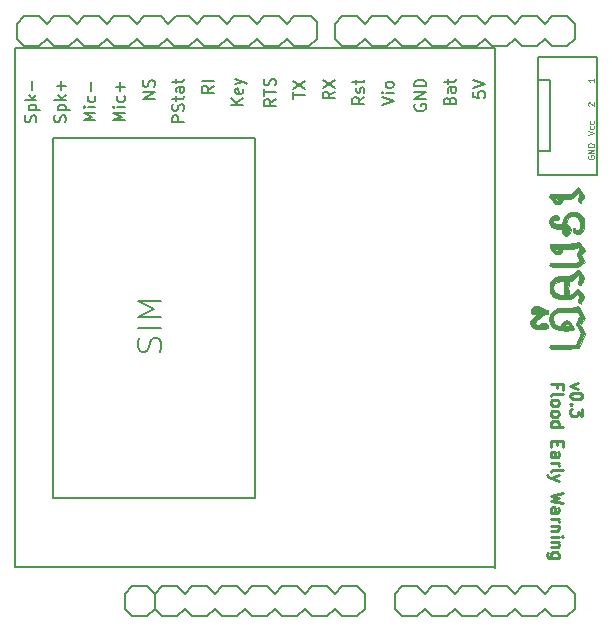
<source format=gto>
G04 #@! TF.FileFunction,Legend,Top*
%FSLAX46Y46*%
G04 Gerber Fmt 4.6, Leading zero omitted, Abs format (unit mm)*
G04 Created by KiCad (PCBNEW 4.0.2-stable) date Saturday, September 10, 2016 'AMt' 11:06:01 AM*
%MOMM*%
G01*
G04 APERTURE LIST*
%ADD10C,0.100000*%
%ADD11C,0.250000*%
%ADD12C,0.010000*%
%ADD13C,0.150000*%
%ADD14C,0.125000*%
G04 APERTURE END LIST*
D10*
D11*
X169060286Y-109997857D02*
X168393619Y-110235952D01*
X169060286Y-110474048D01*
X169393619Y-111045476D02*
X169393619Y-111140715D01*
X169346000Y-111235953D01*
X169298381Y-111283572D01*
X169203143Y-111331191D01*
X169012667Y-111378810D01*
X168774571Y-111378810D01*
X168584095Y-111331191D01*
X168488857Y-111283572D01*
X168441238Y-111235953D01*
X168393619Y-111140715D01*
X168393619Y-111045476D01*
X168441238Y-110950238D01*
X168488857Y-110902619D01*
X168584095Y-110855000D01*
X168774571Y-110807381D01*
X169012667Y-110807381D01*
X169203143Y-110855000D01*
X169298381Y-110902619D01*
X169346000Y-110950238D01*
X169393619Y-111045476D01*
X168488857Y-111807381D02*
X168441238Y-111855000D01*
X168393619Y-111807381D01*
X168441238Y-111759762D01*
X168488857Y-111807381D01*
X168393619Y-111807381D01*
X169393619Y-112188333D02*
X169393619Y-112807381D01*
X169012667Y-112474047D01*
X169012667Y-112616905D01*
X168965048Y-112712143D01*
X168917429Y-112759762D01*
X168822190Y-112807381D01*
X168584095Y-112807381D01*
X168488857Y-112759762D01*
X168441238Y-112712143D01*
X168393619Y-112616905D01*
X168393619Y-112331190D01*
X168441238Y-112235952D01*
X168488857Y-112188333D01*
X167267429Y-110426429D02*
X167267429Y-110093095D01*
X166743619Y-110093095D02*
X167743619Y-110093095D01*
X167743619Y-110569286D01*
X166743619Y-111093095D02*
X166791238Y-110997857D01*
X166886476Y-110950238D01*
X167743619Y-110950238D01*
X166743619Y-111616905D02*
X166791238Y-111521667D01*
X166838857Y-111474048D01*
X166934095Y-111426429D01*
X167219810Y-111426429D01*
X167315048Y-111474048D01*
X167362667Y-111521667D01*
X167410286Y-111616905D01*
X167410286Y-111759763D01*
X167362667Y-111855001D01*
X167315048Y-111902620D01*
X167219810Y-111950239D01*
X166934095Y-111950239D01*
X166838857Y-111902620D01*
X166791238Y-111855001D01*
X166743619Y-111759763D01*
X166743619Y-111616905D01*
X166743619Y-112521667D02*
X166791238Y-112426429D01*
X166838857Y-112378810D01*
X166934095Y-112331191D01*
X167219810Y-112331191D01*
X167315048Y-112378810D01*
X167362667Y-112426429D01*
X167410286Y-112521667D01*
X167410286Y-112664525D01*
X167362667Y-112759763D01*
X167315048Y-112807382D01*
X167219810Y-112855001D01*
X166934095Y-112855001D01*
X166838857Y-112807382D01*
X166791238Y-112759763D01*
X166743619Y-112664525D01*
X166743619Y-112521667D01*
X166743619Y-113712144D02*
X167743619Y-113712144D01*
X166791238Y-113712144D02*
X166743619Y-113616906D01*
X166743619Y-113426429D01*
X166791238Y-113331191D01*
X166838857Y-113283572D01*
X166934095Y-113235953D01*
X167219810Y-113235953D01*
X167315048Y-113283572D01*
X167362667Y-113331191D01*
X167410286Y-113426429D01*
X167410286Y-113616906D01*
X167362667Y-113712144D01*
X167267429Y-114950239D02*
X167267429Y-115283573D01*
X166743619Y-115426430D02*
X166743619Y-114950239D01*
X167743619Y-114950239D01*
X167743619Y-115426430D01*
X166743619Y-116283573D02*
X167267429Y-116283573D01*
X167362667Y-116235954D01*
X167410286Y-116140716D01*
X167410286Y-115950239D01*
X167362667Y-115855001D01*
X166791238Y-116283573D02*
X166743619Y-116188335D01*
X166743619Y-115950239D01*
X166791238Y-115855001D01*
X166886476Y-115807382D01*
X166981714Y-115807382D01*
X167076952Y-115855001D01*
X167124571Y-115950239D01*
X167124571Y-116188335D01*
X167172190Y-116283573D01*
X166743619Y-116759763D02*
X167410286Y-116759763D01*
X167219810Y-116759763D02*
X167315048Y-116807382D01*
X167362667Y-116855001D01*
X167410286Y-116950239D01*
X167410286Y-117045478D01*
X166743619Y-117521668D02*
X166791238Y-117426430D01*
X166886476Y-117378811D01*
X167743619Y-117378811D01*
X167410286Y-117807383D02*
X166743619Y-118045478D01*
X167410286Y-118283574D02*
X166743619Y-118045478D01*
X166505524Y-117950240D01*
X166457905Y-117902621D01*
X166410286Y-117807383D01*
X167743619Y-119331193D02*
X166743619Y-119569288D01*
X167457905Y-119759765D01*
X166743619Y-119950241D01*
X167743619Y-120188336D01*
X166743619Y-120997860D02*
X167267429Y-120997860D01*
X167362667Y-120950241D01*
X167410286Y-120855003D01*
X167410286Y-120664526D01*
X167362667Y-120569288D01*
X166791238Y-120997860D02*
X166743619Y-120902622D01*
X166743619Y-120664526D01*
X166791238Y-120569288D01*
X166886476Y-120521669D01*
X166981714Y-120521669D01*
X167076952Y-120569288D01*
X167124571Y-120664526D01*
X167124571Y-120902622D01*
X167172190Y-120997860D01*
X166743619Y-121474050D02*
X167410286Y-121474050D01*
X167219810Y-121474050D02*
X167315048Y-121521669D01*
X167362667Y-121569288D01*
X167410286Y-121664526D01*
X167410286Y-121759765D01*
X167410286Y-122093098D02*
X166743619Y-122093098D01*
X167315048Y-122093098D02*
X167362667Y-122140717D01*
X167410286Y-122235955D01*
X167410286Y-122378813D01*
X167362667Y-122474051D01*
X167267429Y-122521670D01*
X166743619Y-122521670D01*
X166743619Y-122997860D02*
X167410286Y-122997860D01*
X167743619Y-122997860D02*
X167696000Y-122950241D01*
X167648381Y-122997860D01*
X167696000Y-123045479D01*
X167743619Y-122997860D01*
X167648381Y-122997860D01*
X167410286Y-123474050D02*
X166743619Y-123474050D01*
X167315048Y-123474050D02*
X167362667Y-123521669D01*
X167410286Y-123616907D01*
X167410286Y-123759765D01*
X167362667Y-123855003D01*
X167267429Y-123902622D01*
X166743619Y-123902622D01*
X167410286Y-124807384D02*
X166600762Y-124807384D01*
X166505524Y-124759765D01*
X166457905Y-124712146D01*
X166410286Y-124616907D01*
X166410286Y-124474050D01*
X166457905Y-124378812D01*
X166791238Y-124807384D02*
X166743619Y-124712146D01*
X166743619Y-124521669D01*
X166791238Y-124426431D01*
X166838857Y-124378812D01*
X166934095Y-124331193D01*
X167219810Y-124331193D01*
X167315048Y-124378812D01*
X167362667Y-124426431D01*
X167410286Y-124521669D01*
X167410286Y-124712146D01*
X167362667Y-124807384D01*
D12*
G36*
X166519046Y-105336699D02*
X166435126Y-105382814D01*
X166252988Y-105404419D01*
X165938044Y-105409990D01*
X165917456Y-105410000D01*
X165501133Y-105386699D01*
X165226847Y-105308214D01*
X165072671Y-105161670D01*
X165016682Y-104934194D01*
X165015334Y-104880312D01*
X165065774Y-104688601D01*
X165231668Y-104497454D01*
X165534880Y-104282617D01*
X165577662Y-104256432D01*
X165652865Y-104197139D01*
X165601420Y-104172090D01*
X165402527Y-104171575D01*
X165396334Y-104171766D01*
X165172934Y-104164468D01*
X165067076Y-104108008D01*
X165031294Y-103997040D01*
X165069517Y-103800578D01*
X165179461Y-103637207D01*
X165405352Y-103499008D01*
X165572723Y-103477931D01*
X165572723Y-103723351D01*
X165462909Y-103738918D01*
X165461598Y-103767820D01*
X165574915Y-103788031D01*
X165623875Y-103774504D01*
X165655946Y-103736909D01*
X165572723Y-103723351D01*
X165572723Y-103477931D01*
X165659398Y-103467015D01*
X165879655Y-103541638D01*
X165966316Y-103632000D01*
X166145870Y-103772158D01*
X166311589Y-103801334D01*
X166481799Y-103823830D01*
X166530022Y-103917825D01*
X166524056Y-103991834D01*
X166459517Y-104136221D01*
X166292056Y-104178998D01*
X166264213Y-104178999D01*
X166061860Y-104225016D01*
X165987268Y-104314791D01*
X165888129Y-104442662D01*
X165698248Y-104584048D01*
X165646291Y-104613765D01*
X165455235Y-104749666D01*
X165373136Y-104878813D01*
X165373626Y-104901307D01*
X165452877Y-104991157D01*
X165606003Y-105048762D01*
X165763760Y-105061223D01*
X165856908Y-105015641D01*
X165862000Y-104992291D01*
X165931806Y-104925154D01*
X166095510Y-104904402D01*
X166284544Y-104928688D01*
X166430339Y-104996663D01*
X166437734Y-105003600D01*
X166527204Y-105173477D01*
X166539334Y-105257600D01*
X166519046Y-105336699D01*
X166519046Y-105336699D01*
G37*
X166519046Y-105336699D02*
X166435126Y-105382814D01*
X166252988Y-105404419D01*
X165938044Y-105409990D01*
X165917456Y-105410000D01*
X165501133Y-105386699D01*
X165226847Y-105308214D01*
X165072671Y-105161670D01*
X165016682Y-104934194D01*
X165015334Y-104880312D01*
X165065774Y-104688601D01*
X165231668Y-104497454D01*
X165534880Y-104282617D01*
X165577662Y-104256432D01*
X165652865Y-104197139D01*
X165601420Y-104172090D01*
X165402527Y-104171575D01*
X165396334Y-104171766D01*
X165172934Y-104164468D01*
X165067076Y-104108008D01*
X165031294Y-103997040D01*
X165069517Y-103800578D01*
X165179461Y-103637207D01*
X165405352Y-103499008D01*
X165572723Y-103477931D01*
X165572723Y-103723351D01*
X165462909Y-103738918D01*
X165461598Y-103767820D01*
X165574915Y-103788031D01*
X165623875Y-103774504D01*
X165655946Y-103736909D01*
X165572723Y-103723351D01*
X165572723Y-103477931D01*
X165659398Y-103467015D01*
X165879655Y-103541638D01*
X165966316Y-103632000D01*
X166145870Y-103772158D01*
X166311589Y-103801334D01*
X166481799Y-103823830D01*
X166530022Y-103917825D01*
X166524056Y-103991834D01*
X166459517Y-104136221D01*
X166292056Y-104178998D01*
X166264213Y-104178999D01*
X166061860Y-104225016D01*
X165987268Y-104314791D01*
X165888129Y-104442662D01*
X165698248Y-104584048D01*
X165646291Y-104613765D01*
X165455235Y-104749666D01*
X165373136Y-104878813D01*
X165373626Y-104901307D01*
X165452877Y-104991157D01*
X165606003Y-105048762D01*
X165763760Y-105061223D01*
X165856908Y-105015641D01*
X165862000Y-104992291D01*
X165931806Y-104925154D01*
X166095510Y-104904402D01*
X166284544Y-104928688D01*
X166430339Y-104996663D01*
X166437734Y-105003600D01*
X166527204Y-105173477D01*
X166539334Y-105257600D01*
X166519046Y-105336699D01*
G36*
X169546842Y-94312079D02*
X169460334Y-94403334D01*
X169352743Y-94547481D01*
X169333334Y-94625367D01*
X169282682Y-94728892D01*
X169172289Y-94726967D01*
X169064500Y-94631484D01*
X169035711Y-94568604D01*
X169034031Y-94374005D01*
X169081811Y-94273349D01*
X169141964Y-94100144D01*
X169128431Y-94009428D01*
X169077914Y-93938413D01*
X168991139Y-93964575D01*
X168832741Y-94101367D01*
X168797428Y-94135350D01*
X168582071Y-94311462D01*
X168365860Y-94388644D01*
X168122803Y-94403334D01*
X167862035Y-94419752D01*
X167741186Y-94474474D01*
X167724667Y-94525533D01*
X167651898Y-94680210D01*
X167479952Y-94805483D01*
X167278375Y-94857561D01*
X167210186Y-94849504D01*
X167023902Y-94741686D01*
X166830294Y-94545703D01*
X166680142Y-94322776D01*
X166624000Y-94142837D01*
X166636463Y-94070668D01*
X166693545Y-94023616D01*
X166824789Y-93996373D01*
X167059738Y-93983629D01*
X167081778Y-93983417D01*
X167081778Y-94374946D01*
X167070682Y-94431162D01*
X167173027Y-94532321D01*
X167244850Y-94557708D01*
X167367098Y-94546348D01*
X167371393Y-94475264D01*
X167267221Y-94396232D01*
X167211832Y-94377537D01*
X167081778Y-94374946D01*
X167081778Y-93983417D01*
X167427932Y-93980076D01*
X167530136Y-93980000D01*
X168436272Y-93980000D01*
X168722306Y-93704834D01*
X169008340Y-93429667D01*
X169296577Y-93768334D01*
X169491598Y-94016844D01*
X169571922Y-94186077D01*
X169546842Y-94312079D01*
X169546842Y-94312079D01*
G37*
X169546842Y-94312079D02*
X169460334Y-94403334D01*
X169352743Y-94547481D01*
X169333334Y-94625367D01*
X169282682Y-94728892D01*
X169172289Y-94726967D01*
X169064500Y-94631484D01*
X169035711Y-94568604D01*
X169034031Y-94374005D01*
X169081811Y-94273349D01*
X169141964Y-94100144D01*
X169128431Y-94009428D01*
X169077914Y-93938413D01*
X168991139Y-93964575D01*
X168832741Y-94101367D01*
X168797428Y-94135350D01*
X168582071Y-94311462D01*
X168365860Y-94388644D01*
X168122803Y-94403334D01*
X167862035Y-94419752D01*
X167741186Y-94474474D01*
X167724667Y-94525533D01*
X167651898Y-94680210D01*
X167479952Y-94805483D01*
X167278375Y-94857561D01*
X167210186Y-94849504D01*
X167023902Y-94741686D01*
X166830294Y-94545703D01*
X166680142Y-94322776D01*
X166624000Y-94142837D01*
X166636463Y-94070668D01*
X166693545Y-94023616D01*
X166824789Y-93996373D01*
X167059738Y-93983629D01*
X167081778Y-93983417D01*
X167081778Y-94374946D01*
X167070682Y-94431162D01*
X167173027Y-94532321D01*
X167244850Y-94557708D01*
X167367098Y-94546348D01*
X167371393Y-94475264D01*
X167267221Y-94396232D01*
X167211832Y-94377537D01*
X167081778Y-94374946D01*
X167081778Y-93983417D01*
X167427932Y-93980076D01*
X167530136Y-93980000D01*
X168436272Y-93980000D01*
X168722306Y-93704834D01*
X169008340Y-93429667D01*
X169296577Y-93768334D01*
X169491598Y-94016844D01*
X169571922Y-94186077D01*
X169546842Y-94312079D01*
G36*
X169565276Y-96864396D02*
X169472539Y-97150589D01*
X169280520Y-97331273D01*
X169189758Y-97372969D01*
X168961238Y-97407052D01*
X168771572Y-97324631D01*
X168633235Y-97182200D01*
X168574994Y-97021241D01*
X168605411Y-96896217D01*
X168698334Y-96858667D01*
X168810956Y-96907497D01*
X168825334Y-96949222D01*
X168895473Y-97009319D01*
X169015834Y-97012722D01*
X169141310Y-96965736D01*
X169205415Y-96839709D01*
X169232321Y-96626806D01*
X169227013Y-96358319D01*
X169144230Y-96167619D01*
X169045670Y-96055306D01*
X168775295Y-95878424D01*
X168500780Y-95854521D01*
X168259145Y-95975816D01*
X168087404Y-96234525D01*
X168078588Y-96258635D01*
X168034266Y-96447016D01*
X168063334Y-96506424D01*
X168063334Y-96985667D01*
X167990851Y-97004861D01*
X167978667Y-97065337D01*
X168022872Y-97181179D01*
X168063334Y-97197334D01*
X168145577Y-97136566D01*
X168148000Y-97117664D01*
X168086456Y-97002996D01*
X168063334Y-96985667D01*
X168063334Y-96506424D01*
X168092246Y-96565515D01*
X168196683Y-96643374D01*
X168363053Y-96833971D01*
X168416458Y-97074013D01*
X168358054Y-97304697D01*
X168189000Y-97467217D01*
X168180388Y-97471271D01*
X168008453Y-97525844D01*
X167885210Y-97470751D01*
X167795684Y-97370835D01*
X167692714Y-97193984D01*
X167675973Y-97056380D01*
X167656682Y-96981760D01*
X167507701Y-96947798D01*
X167359849Y-96943334D01*
X166987509Y-96896548D01*
X166749183Y-96751532D01*
X166636234Y-96501297D01*
X166624000Y-96347818D01*
X166653005Y-96093620D01*
X166760307Y-95933057D01*
X166830772Y-95880422D01*
X167077310Y-95778151D01*
X167292079Y-95790529D01*
X167430538Y-95909683D01*
X167455389Y-95990834D01*
X167447857Y-96126646D01*
X167341160Y-96176642D01*
X167231614Y-96181334D01*
X167031930Y-96220089D01*
X166933090Y-96305622D01*
X166915200Y-96413265D01*
X166986417Y-96477585D01*
X167178437Y-96516231D01*
X167340317Y-96532363D01*
X167557974Y-96540635D01*
X167665366Y-96489404D01*
X167720293Y-96339840D01*
X167735870Y-96266630D01*
X167881591Y-95918081D01*
X168132242Y-95668797D01*
X168449690Y-95531859D01*
X168795803Y-95520344D01*
X169132448Y-95647330D01*
X169260353Y-95743777D01*
X169426739Y-95920461D01*
X169517270Y-96114192D01*
X169562573Y-96395522D01*
X169567499Y-96451301D01*
X169565276Y-96864396D01*
X169565276Y-96864396D01*
G37*
X169565276Y-96864396D02*
X169472539Y-97150589D01*
X169280520Y-97331273D01*
X169189758Y-97372969D01*
X168961238Y-97407052D01*
X168771572Y-97324631D01*
X168633235Y-97182200D01*
X168574994Y-97021241D01*
X168605411Y-96896217D01*
X168698334Y-96858667D01*
X168810956Y-96907497D01*
X168825334Y-96949222D01*
X168895473Y-97009319D01*
X169015834Y-97012722D01*
X169141310Y-96965736D01*
X169205415Y-96839709D01*
X169232321Y-96626806D01*
X169227013Y-96358319D01*
X169144230Y-96167619D01*
X169045670Y-96055306D01*
X168775295Y-95878424D01*
X168500780Y-95854521D01*
X168259145Y-95975816D01*
X168087404Y-96234525D01*
X168078588Y-96258635D01*
X168034266Y-96447016D01*
X168063334Y-96506424D01*
X168063334Y-96985667D01*
X167990851Y-97004861D01*
X167978667Y-97065337D01*
X168022872Y-97181179D01*
X168063334Y-97197334D01*
X168145577Y-97136566D01*
X168148000Y-97117664D01*
X168086456Y-97002996D01*
X168063334Y-96985667D01*
X168063334Y-96506424D01*
X168092246Y-96565515D01*
X168196683Y-96643374D01*
X168363053Y-96833971D01*
X168416458Y-97074013D01*
X168358054Y-97304697D01*
X168189000Y-97467217D01*
X168180388Y-97471271D01*
X168008453Y-97525844D01*
X167885210Y-97470751D01*
X167795684Y-97370835D01*
X167692714Y-97193984D01*
X167675973Y-97056380D01*
X167656682Y-96981760D01*
X167507701Y-96947798D01*
X167359849Y-96943334D01*
X166987509Y-96896548D01*
X166749183Y-96751532D01*
X166636234Y-96501297D01*
X166624000Y-96347818D01*
X166653005Y-96093620D01*
X166760307Y-95933057D01*
X166830772Y-95880422D01*
X167077310Y-95778151D01*
X167292079Y-95790529D01*
X167430538Y-95909683D01*
X167455389Y-95990834D01*
X167447857Y-96126646D01*
X167341160Y-96176642D01*
X167231614Y-96181334D01*
X167031930Y-96220089D01*
X166933090Y-96305622D01*
X166915200Y-96413265D01*
X166986417Y-96477585D01*
X167178437Y-96516231D01*
X167340317Y-96532363D01*
X167557974Y-96540635D01*
X167665366Y-96489404D01*
X167720293Y-96339840D01*
X167735870Y-96266630D01*
X167881591Y-95918081D01*
X168132242Y-95668797D01*
X168449690Y-95531859D01*
X168795803Y-95520344D01*
X169132448Y-95647330D01*
X169260353Y-95743777D01*
X169426739Y-95920461D01*
X169517270Y-96114192D01*
X169562573Y-96395522D01*
X169567499Y-96451301D01*
X169565276Y-96864396D01*
G36*
X169254505Y-99176459D02*
X169430941Y-99461938D01*
X169607377Y-99747418D01*
X169413264Y-99954042D01*
X169332935Y-100032795D01*
X169244866Y-100088476D01*
X169120209Y-100125081D01*
X168930119Y-100146606D01*
X168645751Y-100157046D01*
X168238259Y-100160397D01*
X167921575Y-100160667D01*
X167427409Y-100159599D01*
X167077683Y-100154230D01*
X166847507Y-100141312D01*
X166711991Y-100117597D01*
X166646246Y-100079837D01*
X166625382Y-100024783D01*
X166624000Y-99991334D01*
X166632536Y-99925372D01*
X166675174Y-99879200D01*
X166777468Y-99849300D01*
X166964966Y-99832155D01*
X167263219Y-99824249D01*
X167697779Y-99822065D01*
X167854324Y-99822000D01*
X168381936Y-99818014D01*
X168758053Y-99801529D01*
X169000416Y-99765755D01*
X169126769Y-99703900D01*
X169154852Y-99609174D01*
X169102408Y-99474787D01*
X169037589Y-99369115D01*
X168948161Y-99204522D01*
X168960894Y-99075125D01*
X169040465Y-98939595D01*
X169118288Y-98762379D01*
X169133471Y-98601693D01*
X169093420Y-98502957D01*
X169005542Y-98511593D01*
X168974958Y-98537842D01*
X168840875Y-98589856D01*
X168587861Y-98625193D01*
X168300400Y-98636667D01*
X167973107Y-98646521D01*
X167789655Y-98679317D01*
X167725521Y-98739905D01*
X167724667Y-98750545D01*
X167666646Y-98889129D01*
X167557495Y-99015711D01*
X167417066Y-99112402D01*
X167269272Y-99109769D01*
X167130169Y-99059241D01*
X166918625Y-98919981D01*
X166749325Y-98719254D01*
X166649452Y-98504776D01*
X166646187Y-98324266D01*
X166680445Y-98269778D01*
X166782430Y-98247975D01*
X167018772Y-98230087D01*
X167211670Y-98223104D01*
X167211670Y-98636667D01*
X167094600Y-98669260D01*
X167089667Y-98721334D01*
X167212169Y-98799238D01*
X167263997Y-98806000D01*
X167373424Y-98758661D01*
X167386000Y-98721334D01*
X167314875Y-98653208D01*
X167211670Y-98636667D01*
X167211670Y-98223104D01*
X167354505Y-98217933D01*
X167754666Y-98213336D01*
X167764178Y-98213334D01*
X168274348Y-98204725D01*
X168639007Y-98179451D01*
X168848661Y-98138338D01*
X168889479Y-98115322D01*
X169014255Y-98072158D01*
X169169327Y-98173249D01*
X169364330Y-98425948D01*
X169428432Y-98526545D01*
X169610243Y-98820721D01*
X169254505Y-99176459D01*
X169254505Y-99176459D01*
G37*
X169254505Y-99176459D02*
X169430941Y-99461938D01*
X169607377Y-99747418D01*
X169413264Y-99954042D01*
X169332935Y-100032795D01*
X169244866Y-100088476D01*
X169120209Y-100125081D01*
X168930119Y-100146606D01*
X168645751Y-100157046D01*
X168238259Y-100160397D01*
X167921575Y-100160667D01*
X167427409Y-100159599D01*
X167077683Y-100154230D01*
X166847507Y-100141312D01*
X166711991Y-100117597D01*
X166646246Y-100079837D01*
X166625382Y-100024783D01*
X166624000Y-99991334D01*
X166632536Y-99925372D01*
X166675174Y-99879200D01*
X166777468Y-99849300D01*
X166964966Y-99832155D01*
X167263219Y-99824249D01*
X167697779Y-99822065D01*
X167854324Y-99822000D01*
X168381936Y-99818014D01*
X168758053Y-99801529D01*
X169000416Y-99765755D01*
X169126769Y-99703900D01*
X169154852Y-99609174D01*
X169102408Y-99474787D01*
X169037589Y-99369115D01*
X168948161Y-99204522D01*
X168960894Y-99075125D01*
X169040465Y-98939595D01*
X169118288Y-98762379D01*
X169133471Y-98601693D01*
X169093420Y-98502957D01*
X169005542Y-98511593D01*
X168974958Y-98537842D01*
X168840875Y-98589856D01*
X168587861Y-98625193D01*
X168300400Y-98636667D01*
X167973107Y-98646521D01*
X167789655Y-98679317D01*
X167725521Y-98739905D01*
X167724667Y-98750545D01*
X167666646Y-98889129D01*
X167557495Y-99015711D01*
X167417066Y-99112402D01*
X167269272Y-99109769D01*
X167130169Y-99059241D01*
X166918625Y-98919981D01*
X166749325Y-98719254D01*
X166649452Y-98504776D01*
X166646187Y-98324266D01*
X166680445Y-98269778D01*
X166782430Y-98247975D01*
X167018772Y-98230087D01*
X167211670Y-98223104D01*
X167211670Y-98636667D01*
X167094600Y-98669260D01*
X167089667Y-98721334D01*
X167212169Y-98799238D01*
X167263997Y-98806000D01*
X167373424Y-98758661D01*
X167386000Y-98721334D01*
X167314875Y-98653208D01*
X167211670Y-98636667D01*
X167211670Y-98223104D01*
X167354505Y-98217933D01*
X167754666Y-98213336D01*
X167764178Y-98213334D01*
X168274348Y-98204725D01*
X168639007Y-98179451D01*
X168848661Y-98138338D01*
X168889479Y-98115322D01*
X169014255Y-98072158D01*
X169169327Y-98173249D01*
X169364330Y-98425948D01*
X169428432Y-98526545D01*
X169610243Y-98820721D01*
X169254505Y-99176459D01*
G36*
X169490064Y-101312712D02*
X169469762Y-101335582D01*
X169362512Y-101492145D01*
X169333334Y-101585500D01*
X169278306Y-101674029D01*
X169162198Y-101668431D01*
X169058468Y-101577400D01*
X169046363Y-101551533D01*
X169042540Y-101374098D01*
X169086157Y-101248584D01*
X169138311Y-101056039D01*
X169125478Y-100944401D01*
X169072796Y-100881139D01*
X168976691Y-100919020D01*
X168804184Y-101071478D01*
X168797428Y-101078017D01*
X168599014Y-101241234D01*
X168425501Y-101336191D01*
X168376803Y-101346000D01*
X168300086Y-101370475D01*
X168256105Y-101466888D01*
X168236475Y-101669719D01*
X168232667Y-101938667D01*
X168245846Y-102289408D01*
X168293820Y-102481477D01*
X168389250Y-102524078D01*
X168544795Y-102426420D01*
X168698334Y-102277334D01*
X168873472Y-102117812D01*
X169013728Y-102029535D01*
X169041590Y-102023334D01*
X169142964Y-102088580D01*
X169288848Y-102254604D01*
X169370653Y-102369609D01*
X169503325Y-102583450D01*
X169546270Y-102713176D01*
X169509705Y-102811364D01*
X169466570Y-102863109D01*
X169359607Y-103038685D01*
X169333334Y-103151834D01*
X169290674Y-103277350D01*
X169180585Y-103260981D01*
X169076939Y-103163447D01*
X169012772Y-103032900D01*
X169056832Y-102871782D01*
X169081794Y-102823070D01*
X169149848Y-102647524D01*
X169110300Y-102531577D01*
X169088667Y-102508456D01*
X168992830Y-102464495D01*
X168873998Y-102537702D01*
X168781172Y-102637167D01*
X168664321Y-102756514D01*
X168539229Y-102826241D01*
X168357991Y-102859527D01*
X168072707Y-102869549D01*
X167934829Y-102870000D01*
X167497431Y-102853272D01*
X167185345Y-102794271D01*
X166957061Y-102679777D01*
X166774050Y-102500257D01*
X166666375Y-102259930D01*
X166627914Y-101939386D01*
X166659449Y-101613295D01*
X166761761Y-101356330D01*
X166762066Y-101355895D01*
X167024717Y-101123697D01*
X167417687Y-100976919D01*
X167894000Y-100925722D01*
X167894000Y-101346000D01*
X167568456Y-101346000D01*
X167253516Y-101411270D01*
X167034018Y-101581586D01*
X166925438Y-101818704D01*
X166943251Y-102084381D01*
X167102935Y-102340376D01*
X167148737Y-102383167D01*
X167353961Y-102487781D01*
X167606878Y-102531333D01*
X167607047Y-102531334D01*
X167894000Y-102531334D01*
X167894000Y-101346000D01*
X167894000Y-100925722D01*
X167921085Y-100922810D01*
X167950750Y-100922667D01*
X168247411Y-100911058D01*
X168445804Y-100859756D01*
X168616330Y-100744045D01*
X168712000Y-100655421D01*
X168896460Y-100501206D01*
X169042362Y-100462357D01*
X169182918Y-100549963D01*
X169351341Y-100775110D01*
X169426406Y-100893934D01*
X169535769Y-101088201D01*
X169554914Y-101206666D01*
X169490064Y-101312712D01*
X169490064Y-101312712D01*
G37*
X169490064Y-101312712D02*
X169469762Y-101335582D01*
X169362512Y-101492145D01*
X169333334Y-101585500D01*
X169278306Y-101674029D01*
X169162198Y-101668431D01*
X169058468Y-101577400D01*
X169046363Y-101551533D01*
X169042540Y-101374098D01*
X169086157Y-101248584D01*
X169138311Y-101056039D01*
X169125478Y-100944401D01*
X169072796Y-100881139D01*
X168976691Y-100919020D01*
X168804184Y-101071478D01*
X168797428Y-101078017D01*
X168599014Y-101241234D01*
X168425501Y-101336191D01*
X168376803Y-101346000D01*
X168300086Y-101370475D01*
X168256105Y-101466888D01*
X168236475Y-101669719D01*
X168232667Y-101938667D01*
X168245846Y-102289408D01*
X168293820Y-102481477D01*
X168389250Y-102524078D01*
X168544795Y-102426420D01*
X168698334Y-102277334D01*
X168873472Y-102117812D01*
X169013728Y-102029535D01*
X169041590Y-102023334D01*
X169142964Y-102088580D01*
X169288848Y-102254604D01*
X169370653Y-102369609D01*
X169503325Y-102583450D01*
X169546270Y-102713176D01*
X169509705Y-102811364D01*
X169466570Y-102863109D01*
X169359607Y-103038685D01*
X169333334Y-103151834D01*
X169290674Y-103277350D01*
X169180585Y-103260981D01*
X169076939Y-103163447D01*
X169012772Y-103032900D01*
X169056832Y-102871782D01*
X169081794Y-102823070D01*
X169149848Y-102647524D01*
X169110300Y-102531577D01*
X169088667Y-102508456D01*
X168992830Y-102464495D01*
X168873998Y-102537702D01*
X168781172Y-102637167D01*
X168664321Y-102756514D01*
X168539229Y-102826241D01*
X168357991Y-102859527D01*
X168072707Y-102869549D01*
X167934829Y-102870000D01*
X167497431Y-102853272D01*
X167185345Y-102794271D01*
X166957061Y-102679777D01*
X166774050Y-102500257D01*
X166666375Y-102259930D01*
X166627914Y-101939386D01*
X166659449Y-101613295D01*
X166761761Y-101356330D01*
X166762066Y-101355895D01*
X167024717Y-101123697D01*
X167417687Y-100976919D01*
X167894000Y-100925722D01*
X167894000Y-101346000D01*
X167568456Y-101346000D01*
X167253516Y-101411270D01*
X167034018Y-101581586D01*
X166925438Y-101818704D01*
X166943251Y-102084381D01*
X167102935Y-102340376D01*
X167148737Y-102383167D01*
X167353961Y-102487781D01*
X167606878Y-102531333D01*
X167607047Y-102531334D01*
X167894000Y-102531334D01*
X167894000Y-101346000D01*
X167894000Y-100925722D01*
X167921085Y-100922810D01*
X167950750Y-100922667D01*
X168247411Y-100911058D01*
X168445804Y-100859756D01*
X168616330Y-100744045D01*
X168712000Y-100655421D01*
X168896460Y-100501206D01*
X169042362Y-100462357D01*
X169182918Y-100549963D01*
X169351341Y-100775110D01*
X169426406Y-100893934D01*
X169535769Y-101088201D01*
X169554914Y-101206666D01*
X169490064Y-101312712D01*
G36*
X169362040Y-106439298D02*
X169110649Y-107061000D01*
X167867325Y-107084430D01*
X167385476Y-107092488D01*
X167047463Y-107093449D01*
X166827837Y-107084281D01*
X166701150Y-107061950D01*
X166641951Y-107023425D01*
X166624793Y-106965671D01*
X166624000Y-106936264D01*
X166632643Y-106867176D01*
X166676293Y-106819633D01*
X166781531Y-106789623D01*
X166974940Y-106773133D01*
X167283103Y-106766153D01*
X167732602Y-106764669D01*
X167760917Y-106764667D01*
X168897834Y-106764667D01*
X169260200Y-105796157D01*
X168873358Y-104970233D01*
X169052806Y-104658434D01*
X169161921Y-104440683D01*
X169180321Y-104288984D01*
X169125273Y-104146739D01*
X169064906Y-104052913D01*
X168981791Y-103995305D01*
X168839146Y-103966357D01*
X168600190Y-103958511D01*
X168236104Y-103964034D01*
X167752534Y-103984744D01*
X167410176Y-104027678D01*
X167181476Y-104101196D01*
X167038881Y-104213655D01*
X166963244Y-104350149D01*
X166933733Y-104599476D01*
X166994296Y-104864019D01*
X167123599Y-105062972D01*
X167158464Y-105089481D01*
X167335884Y-105150074D01*
X167515667Y-105142293D01*
X167628822Y-105074117D01*
X167640000Y-105033801D01*
X167712446Y-104880265D01*
X167882842Y-104753959D01*
X168080781Y-104700243D01*
X168082907Y-104700484D01*
X168082907Y-104997679D01*
X167989255Y-105022684D01*
X167978667Y-105055251D01*
X168049364Y-105138788D01*
X168152835Y-105181797D01*
X168282890Y-105184388D01*
X168293986Y-105128171D01*
X168210381Y-105038830D01*
X168082907Y-104997679D01*
X168082907Y-104700484D01*
X168146211Y-104707667D01*
X168374268Y-104837793D01*
X168570111Y-105063520D01*
X168672997Y-105313533D01*
X168674967Y-105328448D01*
X168678593Y-105435206D01*
X168636836Y-105499371D01*
X168515275Y-105534228D01*
X168279490Y-105553064D01*
X168069393Y-105562181D01*
X167516655Y-105543182D01*
X167102705Y-105433120D01*
X166820738Y-105227399D01*
X166663948Y-104921422D01*
X166624000Y-104585782D01*
X166646745Y-104318115D01*
X166739459Y-104115536D01*
X166911867Y-103919867D01*
X167051603Y-103785852D01*
X167174302Y-103701626D01*
X167323493Y-103655625D01*
X167542706Y-103636289D01*
X167875469Y-103632054D01*
X167995600Y-103632000D01*
X168410906Y-103621245D01*
X168713307Y-103590860D01*
X168877087Y-103543665D01*
X168889479Y-103533988D01*
X169007545Y-103484827D01*
X169139326Y-103573336D01*
X169295125Y-103809579D01*
X169413478Y-104045678D01*
X169609754Y-104464736D01*
X169426788Y-104760782D01*
X169243821Y-105056829D01*
X169428625Y-105437212D01*
X169613430Y-105817595D01*
X169362040Y-106439298D01*
X169362040Y-106439298D01*
G37*
X169362040Y-106439298D02*
X169110649Y-107061000D01*
X167867325Y-107084430D01*
X167385476Y-107092488D01*
X167047463Y-107093449D01*
X166827837Y-107084281D01*
X166701150Y-107061950D01*
X166641951Y-107023425D01*
X166624793Y-106965671D01*
X166624000Y-106936264D01*
X166632643Y-106867176D01*
X166676293Y-106819633D01*
X166781531Y-106789623D01*
X166974940Y-106773133D01*
X167283103Y-106766153D01*
X167732602Y-106764669D01*
X167760917Y-106764667D01*
X168897834Y-106764667D01*
X169260200Y-105796157D01*
X168873358Y-104970233D01*
X169052806Y-104658434D01*
X169161921Y-104440683D01*
X169180321Y-104288984D01*
X169125273Y-104146739D01*
X169064906Y-104052913D01*
X168981791Y-103995305D01*
X168839146Y-103966357D01*
X168600190Y-103958511D01*
X168236104Y-103964034D01*
X167752534Y-103984744D01*
X167410176Y-104027678D01*
X167181476Y-104101196D01*
X167038881Y-104213655D01*
X166963244Y-104350149D01*
X166933733Y-104599476D01*
X166994296Y-104864019D01*
X167123599Y-105062972D01*
X167158464Y-105089481D01*
X167335884Y-105150074D01*
X167515667Y-105142293D01*
X167628822Y-105074117D01*
X167640000Y-105033801D01*
X167712446Y-104880265D01*
X167882842Y-104753959D01*
X168080781Y-104700243D01*
X168082907Y-104700484D01*
X168082907Y-104997679D01*
X167989255Y-105022684D01*
X167978667Y-105055251D01*
X168049364Y-105138788D01*
X168152835Y-105181797D01*
X168282890Y-105184388D01*
X168293986Y-105128171D01*
X168210381Y-105038830D01*
X168082907Y-104997679D01*
X168082907Y-104700484D01*
X168146211Y-104707667D01*
X168374268Y-104837793D01*
X168570111Y-105063520D01*
X168672997Y-105313533D01*
X168674967Y-105328448D01*
X168678593Y-105435206D01*
X168636836Y-105499371D01*
X168515275Y-105534228D01*
X168279490Y-105553064D01*
X168069393Y-105562181D01*
X167516655Y-105543182D01*
X167102705Y-105433120D01*
X166820738Y-105227399D01*
X166663948Y-104921422D01*
X166624000Y-104585782D01*
X166646745Y-104318115D01*
X166739459Y-104115536D01*
X166911867Y-103919867D01*
X167051603Y-103785852D01*
X167174302Y-103701626D01*
X167323493Y-103655625D01*
X167542706Y-103636289D01*
X167875469Y-103632054D01*
X167995600Y-103632000D01*
X168410906Y-103621245D01*
X168713307Y-103590860D01*
X168877087Y-103543665D01*
X168889479Y-103533988D01*
X169007545Y-103484827D01*
X169139326Y-103573336D01*
X169295125Y-103809579D01*
X169413478Y-104045678D01*
X169609754Y-104464736D01*
X169426788Y-104760782D01*
X169243821Y-105056829D01*
X169428625Y-105437212D01*
X169613430Y-105817595D01*
X169362040Y-106439298D01*
D13*
X165656000Y-84376000D02*
X166656000Y-84376000D01*
X166656000Y-84376000D02*
X166656000Y-90376000D01*
X166656000Y-90376000D02*
X165656000Y-90376000D01*
X170656000Y-82376000D02*
X170656000Y-92376000D01*
X170656000Y-92376000D02*
X165656000Y-92376000D01*
X165656000Y-92376000D02*
X165656000Y-82376000D01*
X165656000Y-82376000D02*
X170656000Y-82376000D01*
X143752100Y-81473600D02*
X142482100Y-81473600D01*
X142482100Y-81473600D02*
X141847100Y-80838600D01*
X141847100Y-80838600D02*
X141212100Y-81473600D01*
X141212100Y-81473600D02*
X139942100Y-81473600D01*
X139942100Y-81473600D02*
X139307100Y-80838600D01*
X139307100Y-80838600D02*
X138672100Y-81473600D01*
X138672100Y-81473600D02*
X137402100Y-81473600D01*
X137402100Y-81473600D02*
X136767100Y-80838600D01*
X136767100Y-80838600D02*
X136132100Y-81473600D01*
X136132100Y-81473600D02*
X134862100Y-81473600D01*
X134862100Y-81473600D02*
X134227100Y-80838600D01*
X134227100Y-80838600D02*
X133592100Y-81473600D01*
X133592100Y-81473600D02*
X132449100Y-81473600D01*
X132449100Y-81473600D02*
X132322100Y-81473600D01*
X132322100Y-81473600D02*
X131687100Y-80838600D01*
X131687100Y-80838600D02*
X131052100Y-81473600D01*
X131052100Y-81473600D02*
X129782100Y-81473600D01*
X129782100Y-81473600D02*
X129147100Y-80838600D01*
X129147100Y-80838600D02*
X128512100Y-81473600D01*
X128512100Y-81473600D02*
X127242100Y-81473600D01*
X127242100Y-81473600D02*
X126607100Y-80838600D01*
X126607100Y-80838600D02*
X125972100Y-81473600D01*
X125972100Y-81473600D02*
X124702100Y-81473600D01*
X124702100Y-81473600D02*
X124067100Y-80838600D01*
X124067100Y-80838600D02*
X123432100Y-81473600D01*
X123432100Y-81473600D02*
X122162100Y-81473600D01*
X122162100Y-81473600D02*
X121527100Y-80838600D01*
X121527100Y-79568600D02*
X121527100Y-80838600D01*
X128512100Y-78933600D02*
X127242100Y-78933600D01*
X127242100Y-78933600D02*
X126607100Y-79568600D01*
X126607100Y-79568600D02*
X125972100Y-78933600D01*
X125972100Y-78933600D02*
X124702100Y-78933600D01*
X124702100Y-78933600D02*
X124067100Y-79568600D01*
X124067100Y-79568600D02*
X123432100Y-78933600D01*
X123432100Y-78933600D02*
X122162100Y-78933600D01*
X122162100Y-78933600D02*
X121527100Y-79568600D01*
X143752100Y-78933600D02*
X142482100Y-78933600D01*
X142482100Y-78933600D02*
X141847100Y-79568600D01*
X141847100Y-79568600D02*
X141212100Y-78933600D01*
X141212100Y-78933600D02*
X139942100Y-78933600D01*
X139942100Y-78933600D02*
X139307100Y-79568600D01*
X139307100Y-79568600D02*
X138672100Y-78933600D01*
X138672100Y-78933600D02*
X137402100Y-78933600D01*
X137402100Y-78933600D02*
X136767100Y-79568600D01*
X136767100Y-79568600D02*
X136132100Y-78933600D01*
X136132100Y-78933600D02*
X134989100Y-78933600D01*
X134989100Y-78933600D02*
X134354100Y-79568600D01*
X134354100Y-79568600D02*
X133719100Y-78933600D01*
X133719100Y-78933600D02*
X132322100Y-78933600D01*
X132322100Y-78933600D02*
X131687100Y-79568600D01*
X131687100Y-79568600D02*
X131052100Y-78933600D01*
X131052100Y-78933600D02*
X129782100Y-78933600D01*
X129782100Y-78933600D02*
X129147100Y-79568600D01*
X129147100Y-79568600D02*
X128512100Y-78933600D01*
X145022100Y-78933600D02*
X146165100Y-78933600D01*
X146292100Y-81473600D02*
X145022100Y-81473600D01*
X146927100Y-80838600D02*
X146927100Y-79441600D01*
X146927100Y-80838600D02*
X146292100Y-81473600D01*
X145022100Y-81473600D02*
X144387100Y-80838600D01*
X144387100Y-80838600D02*
X143752100Y-81473600D01*
X144387100Y-79568600D02*
X143752100Y-78933600D01*
X145022100Y-78933600D02*
X144387100Y-79568600D01*
X146927100Y-79441600D02*
X146419100Y-78933600D01*
X146419100Y-78933600D02*
X146165100Y-78933600D01*
X165596100Y-81473600D02*
X164326100Y-81473600D01*
X164326100Y-81473600D02*
X163691100Y-80838600D01*
X163691100Y-80838600D02*
X163056100Y-81473600D01*
X163056100Y-81473600D02*
X161786100Y-81473600D01*
X161786100Y-81473600D02*
X161151100Y-80838600D01*
X161151100Y-80838600D02*
X160516100Y-81473600D01*
X160516100Y-81473600D02*
X159246100Y-81473600D01*
X159246100Y-81473600D02*
X158611100Y-80838600D01*
X158611100Y-80838600D02*
X157976100Y-81473600D01*
X157976100Y-81473600D02*
X156706100Y-81473600D01*
X156706100Y-81473600D02*
X156071100Y-80838600D01*
X156071100Y-80838600D02*
X155436100Y-81473600D01*
X155436100Y-81473600D02*
X154166100Y-81473600D01*
X154166100Y-81473600D02*
X153531100Y-80838600D01*
X153531100Y-80838600D02*
X152896100Y-81473600D01*
X152896100Y-81473600D02*
X151626100Y-81473600D01*
X151626100Y-81473600D02*
X150991100Y-80838600D01*
X150991100Y-80838600D02*
X150356100Y-81473600D01*
X150356100Y-81473600D02*
X149086100Y-81473600D01*
X149086100Y-81473600D02*
X148451100Y-80838600D01*
X148451100Y-80838600D02*
X148451100Y-79568600D01*
X148451100Y-79568600D02*
X149086100Y-78933600D01*
X149086100Y-78933600D02*
X150356100Y-78933600D01*
X150356100Y-78933600D02*
X150991100Y-79568600D01*
X150991100Y-79568600D02*
X151626100Y-78933600D01*
X151626100Y-78933600D02*
X152896100Y-78933600D01*
X152896100Y-78933600D02*
X153531100Y-79568600D01*
X153531100Y-79568600D02*
X154166100Y-78933600D01*
X154166100Y-78933600D02*
X155436100Y-78933600D01*
X155436100Y-78933600D02*
X156071100Y-79568600D01*
X156071100Y-79568600D02*
X156706100Y-78933600D01*
X156706100Y-78933600D02*
X157976100Y-78933600D01*
X157976100Y-78933600D02*
X158611100Y-79568600D01*
X158611100Y-79568600D02*
X159246100Y-78933600D01*
X159246100Y-78933600D02*
X160516100Y-78933600D01*
X160516100Y-78933600D02*
X161151100Y-79568600D01*
X161151100Y-79568600D02*
X161786100Y-78933600D01*
X161786100Y-78933600D02*
X163056100Y-78933600D01*
X163056100Y-78933600D02*
X163691100Y-79568600D01*
X163691100Y-79568600D02*
X164326100Y-78933600D01*
X164326100Y-78933600D02*
X165596100Y-78933600D01*
X165596100Y-78933600D02*
X166231100Y-79568600D01*
X166231100Y-79568600D02*
X166866100Y-78933600D01*
X166866100Y-78933600D02*
X168136100Y-78933600D01*
X168136100Y-78933600D02*
X168771100Y-79568600D01*
X165596100Y-81473600D02*
X166231100Y-80838600D01*
X166231100Y-80838600D02*
X165596100Y-81473600D01*
X166866100Y-81473600D02*
X168136100Y-81473600D01*
X168771100Y-79568600D02*
X168771100Y-80838600D01*
X168771100Y-80838600D02*
X168136100Y-81473600D01*
X166866100Y-81473600D02*
X166231100Y-80838600D01*
X160516100Y-127193600D02*
X159246100Y-127193600D01*
X159246100Y-127193600D02*
X158611100Y-127828600D01*
X158611100Y-127828600D02*
X157976100Y-127193600D01*
X157976100Y-127193600D02*
X156706100Y-127193600D01*
X156706100Y-127193600D02*
X156071100Y-127828600D01*
X156071100Y-127828600D02*
X155436100Y-127193600D01*
X155436100Y-127193600D02*
X154166100Y-127193600D01*
X154166100Y-127193600D02*
X153531100Y-127828600D01*
X161786100Y-127193600D02*
X163056100Y-127193600D01*
X161151100Y-129098600D02*
X161786100Y-129733600D01*
X161786100Y-129733600D02*
X163056100Y-129733600D01*
X163056100Y-129733600D02*
X163691100Y-129098600D01*
X163691100Y-129098600D02*
X164326100Y-129733600D01*
X164326100Y-129733600D02*
X165596100Y-129733600D01*
X165596100Y-129733600D02*
X166231100Y-129098600D01*
X166231100Y-129098600D02*
X166866100Y-129733600D01*
X166866100Y-129733600D02*
X168136100Y-129733600D01*
X168136100Y-129733600D02*
X168771100Y-129098600D01*
X168771100Y-129098600D02*
X168771100Y-127828600D01*
X168771100Y-127828600D02*
X168136100Y-127193600D01*
X168136100Y-127193600D02*
X166866100Y-127193600D01*
X166866100Y-127193600D02*
X166231100Y-127828600D01*
X166231100Y-127828600D02*
X165596100Y-127193600D01*
X165596100Y-127193600D02*
X164326100Y-127193600D01*
X164326100Y-127193600D02*
X163691100Y-127828600D01*
X163691100Y-127828600D02*
X163056100Y-127193600D01*
X161786100Y-127193600D02*
X161151100Y-127828600D01*
X161151100Y-127828600D02*
X160516100Y-127193600D01*
X156706100Y-129733600D02*
X157976100Y-129733600D01*
X157976100Y-129733600D02*
X158611100Y-129098600D01*
X158611100Y-129098600D02*
X159246100Y-129733600D01*
X159246100Y-129733600D02*
X160516100Y-129733600D01*
X160516100Y-129733600D02*
X161151100Y-129098600D01*
X153531100Y-127828600D02*
X153531100Y-129098600D01*
X153531100Y-129098600D02*
X154166100Y-129733600D01*
X154166100Y-129733600D02*
X155436100Y-129733600D01*
X155436100Y-129733600D02*
X156071100Y-129098600D01*
X156071100Y-129098600D02*
X156706100Y-129733600D01*
X135751100Y-129098600D02*
X135116100Y-129733600D01*
X135116100Y-129733600D02*
X133846100Y-129733600D01*
X133846100Y-129733600D02*
X133211100Y-129098600D01*
X136386100Y-129733600D02*
X137656100Y-129733600D01*
X142736100Y-129733600D02*
X141466100Y-129733600D01*
X141466100Y-129733600D02*
X140831100Y-129098600D01*
X140831100Y-129098600D02*
X140196100Y-129733600D01*
X140196100Y-129733600D02*
X138926100Y-129733600D01*
X138926100Y-129733600D02*
X138291100Y-129098600D01*
X138291100Y-129098600D02*
X137656100Y-129733600D01*
X136386100Y-129733600D02*
X135751100Y-129098600D01*
X145276100Y-127193600D02*
X145911100Y-127828600D01*
X145911100Y-127828600D02*
X146546100Y-127193600D01*
X146546100Y-127193600D02*
X147816100Y-127193600D01*
X147816100Y-127193600D02*
X148451100Y-127828600D01*
X148451100Y-127828600D02*
X149086100Y-127193600D01*
X149086100Y-127193600D02*
X150356100Y-127193600D01*
X150356100Y-127193600D02*
X150991100Y-127828600D01*
X150991100Y-127828600D02*
X150991100Y-129098600D01*
X150991100Y-129098600D02*
X150356100Y-129733600D01*
X150356100Y-129733600D02*
X149086100Y-129733600D01*
X149086100Y-129733600D02*
X148451100Y-129098600D01*
X148451100Y-129098600D02*
X147816100Y-129733600D01*
X147816100Y-129733600D02*
X146546100Y-129733600D01*
X146546100Y-129733600D02*
X145911100Y-129098600D01*
X145911100Y-129098600D02*
X145276100Y-129733600D01*
X145276100Y-129733600D02*
X144006100Y-129733600D01*
X144006100Y-129733600D02*
X143371100Y-129098600D01*
X143371100Y-129098600D02*
X142736100Y-129733600D01*
X133211100Y-127828600D02*
X133846100Y-127193600D01*
X133846100Y-127193600D02*
X135116100Y-127193600D01*
X135116100Y-127193600D02*
X135751100Y-127828600D01*
X135751100Y-127828600D02*
X136386100Y-127193600D01*
X136386100Y-127193600D02*
X137656100Y-127193600D01*
X137656100Y-127193600D02*
X138291100Y-127828600D01*
X138291100Y-127828600D02*
X138926100Y-127193600D01*
X138926100Y-127193600D02*
X140196100Y-127193600D01*
X140196100Y-127193600D02*
X140831100Y-127828600D01*
X140831100Y-127828600D02*
X141466100Y-127193600D01*
X141466100Y-127193600D02*
X142736100Y-127193600D01*
X142736100Y-127193600D02*
X143371100Y-127828600D01*
X143371100Y-127828600D02*
X144006100Y-127193600D01*
X144006100Y-127193600D02*
X145276100Y-127193600D01*
X132576100Y-129733600D02*
X131306100Y-129733600D01*
X131306100Y-129733600D02*
X130671100Y-129098600D01*
X130671100Y-129098600D02*
X130671100Y-127828600D01*
X130671100Y-127828600D02*
X131306100Y-127193600D01*
X131306100Y-127193600D02*
X132576100Y-127193600D01*
X132576100Y-127193600D02*
X133211100Y-127828600D01*
X133211100Y-127828600D02*
X133211100Y-129098600D01*
X133211100Y-129098600D02*
X132576100Y-129733600D01*
X162052000Y-125456000D02*
X162052000Y-125656000D01*
X124587000Y-119761000D02*
X124587000Y-89281000D01*
X124587000Y-89281000D02*
X141732000Y-89281000D01*
X141732000Y-89281000D02*
X141732000Y-119761000D01*
X141732000Y-119761000D02*
X124587000Y-119761000D01*
X162052000Y-125611000D02*
X121412000Y-125611000D01*
X121412000Y-125556000D02*
X121412000Y-81661000D01*
X121412000Y-81661000D02*
X162052000Y-81661000D01*
X162052000Y-81661000D02*
X162052000Y-125556000D01*
D14*
X169906000Y-90756953D02*
X169882190Y-90804572D01*
X169882190Y-90876000D01*
X169906000Y-90947429D01*
X169953619Y-90995048D01*
X170001238Y-91018857D01*
X170096476Y-91042667D01*
X170167905Y-91042667D01*
X170263143Y-91018857D01*
X170310762Y-90995048D01*
X170358381Y-90947429D01*
X170382190Y-90876000D01*
X170382190Y-90828381D01*
X170358381Y-90756953D01*
X170334571Y-90733143D01*
X170167905Y-90733143D01*
X170167905Y-90828381D01*
X170382190Y-90518857D02*
X169882190Y-90518857D01*
X170382190Y-90233143D01*
X169882190Y-90233143D01*
X170382190Y-89995047D02*
X169882190Y-89995047D01*
X169882190Y-89876000D01*
X169906000Y-89804571D01*
X169953619Y-89756952D01*
X170001238Y-89733143D01*
X170096476Y-89709333D01*
X170167905Y-89709333D01*
X170263143Y-89733143D01*
X170310762Y-89756952D01*
X170358381Y-89804571D01*
X170382190Y-89876000D01*
X170382190Y-89995047D01*
X169882190Y-88971237D02*
X170382190Y-88804570D01*
X169882190Y-88637904D01*
X170358381Y-88256952D02*
X170382190Y-88304571D01*
X170382190Y-88399809D01*
X170358381Y-88447428D01*
X170334571Y-88471237D01*
X170286952Y-88495047D01*
X170144095Y-88495047D01*
X170096476Y-88471237D01*
X170072667Y-88447428D01*
X170048857Y-88399809D01*
X170048857Y-88304571D01*
X170072667Y-88256952D01*
X170358381Y-87828381D02*
X170382190Y-87876000D01*
X170382190Y-87971238D01*
X170358381Y-88018857D01*
X170334571Y-88042666D01*
X170286952Y-88066476D01*
X170144095Y-88066476D01*
X170096476Y-88042666D01*
X170072667Y-88018857D01*
X170048857Y-87971238D01*
X170048857Y-87876000D01*
X170072667Y-87828381D01*
X169929810Y-86518857D02*
X169906000Y-86495047D01*
X169882190Y-86447428D01*
X169882190Y-86328381D01*
X169906000Y-86280762D01*
X169929810Y-86256952D01*
X169977429Y-86233143D01*
X170025048Y-86233143D01*
X170096476Y-86256952D01*
X170382190Y-86542666D01*
X170382190Y-86233143D01*
X170382190Y-84233143D02*
X170382190Y-84518857D01*
X170382190Y-84376000D02*
X169882190Y-84376000D01*
X169953619Y-84423619D01*
X170001238Y-84471238D01*
X170025048Y-84518857D01*
D13*
X133651524Y-107346476D02*
X133746762Y-107060761D01*
X133746762Y-106584571D01*
X133651524Y-106394095D01*
X133556286Y-106298857D01*
X133365810Y-106203618D01*
X133175333Y-106203618D01*
X132984857Y-106298857D01*
X132889619Y-106394095D01*
X132794381Y-106584571D01*
X132699143Y-106965523D01*
X132603905Y-107155999D01*
X132508667Y-107251238D01*
X132318190Y-107346476D01*
X132127714Y-107346476D01*
X131937238Y-107251238D01*
X131842000Y-107155999D01*
X131746762Y-106965523D01*
X131746762Y-106489333D01*
X131842000Y-106203618D01*
X133746762Y-105346476D02*
X131746762Y-105346476D01*
X133746762Y-104394095D02*
X131746762Y-104394095D01*
X133175333Y-103727428D01*
X131746762Y-103060761D01*
X133746762Y-103060761D01*
X123136762Y-87917905D02*
X123184381Y-87775048D01*
X123184381Y-87536952D01*
X123136762Y-87441714D01*
X123089143Y-87394095D01*
X122993905Y-87346476D01*
X122898667Y-87346476D01*
X122803429Y-87394095D01*
X122755810Y-87441714D01*
X122708190Y-87536952D01*
X122660571Y-87727429D01*
X122612952Y-87822667D01*
X122565333Y-87870286D01*
X122470095Y-87917905D01*
X122374857Y-87917905D01*
X122279619Y-87870286D01*
X122232000Y-87822667D01*
X122184381Y-87727429D01*
X122184381Y-87489333D01*
X122232000Y-87346476D01*
X122517714Y-86917905D02*
X123517714Y-86917905D01*
X122565333Y-86917905D02*
X122517714Y-86822667D01*
X122517714Y-86632190D01*
X122565333Y-86536952D01*
X122612952Y-86489333D01*
X122708190Y-86441714D01*
X122993905Y-86441714D01*
X123089143Y-86489333D01*
X123136762Y-86536952D01*
X123184381Y-86632190D01*
X123184381Y-86822667D01*
X123136762Y-86917905D01*
X123184381Y-86013143D02*
X122184381Y-86013143D01*
X122803429Y-85917905D02*
X123184381Y-85632190D01*
X122517714Y-85632190D02*
X122898667Y-86013143D01*
X122803429Y-85203619D02*
X122803429Y-84441714D01*
X125636762Y-87917905D02*
X125684381Y-87775048D01*
X125684381Y-87536952D01*
X125636762Y-87441714D01*
X125589143Y-87394095D01*
X125493905Y-87346476D01*
X125398667Y-87346476D01*
X125303429Y-87394095D01*
X125255810Y-87441714D01*
X125208190Y-87536952D01*
X125160571Y-87727429D01*
X125112952Y-87822667D01*
X125065333Y-87870286D01*
X124970095Y-87917905D01*
X124874857Y-87917905D01*
X124779619Y-87870286D01*
X124732000Y-87822667D01*
X124684381Y-87727429D01*
X124684381Y-87489333D01*
X124732000Y-87346476D01*
X125017714Y-86917905D02*
X126017714Y-86917905D01*
X125065333Y-86917905D02*
X125017714Y-86822667D01*
X125017714Y-86632190D01*
X125065333Y-86536952D01*
X125112952Y-86489333D01*
X125208190Y-86441714D01*
X125493905Y-86441714D01*
X125589143Y-86489333D01*
X125636762Y-86536952D01*
X125684381Y-86632190D01*
X125684381Y-86822667D01*
X125636762Y-86917905D01*
X125684381Y-86013143D02*
X124684381Y-86013143D01*
X125303429Y-85917905D02*
X125684381Y-85632190D01*
X125017714Y-85632190D02*
X125398667Y-86013143D01*
X125303429Y-85203619D02*
X125303429Y-84441714D01*
X125684381Y-84822666D02*
X124922476Y-84822666D01*
X128184381Y-87775047D02*
X127184381Y-87775047D01*
X127898667Y-87441713D01*
X127184381Y-87108380D01*
X128184381Y-87108380D01*
X128184381Y-86632190D02*
X127517714Y-86632190D01*
X127184381Y-86632190D02*
X127232000Y-86679809D01*
X127279619Y-86632190D01*
X127232000Y-86584571D01*
X127184381Y-86632190D01*
X127279619Y-86632190D01*
X128136762Y-85727428D02*
X128184381Y-85822666D01*
X128184381Y-86013143D01*
X128136762Y-86108381D01*
X128089143Y-86156000D01*
X127993905Y-86203619D01*
X127708190Y-86203619D01*
X127612952Y-86156000D01*
X127565333Y-86108381D01*
X127517714Y-86013143D01*
X127517714Y-85822666D01*
X127565333Y-85727428D01*
X127803429Y-85298857D02*
X127803429Y-84536952D01*
X130684381Y-87775047D02*
X129684381Y-87775047D01*
X130398667Y-87441713D01*
X129684381Y-87108380D01*
X130684381Y-87108380D01*
X130684381Y-86632190D02*
X130017714Y-86632190D01*
X129684381Y-86632190D02*
X129732000Y-86679809D01*
X129779619Y-86632190D01*
X129732000Y-86584571D01*
X129684381Y-86632190D01*
X129779619Y-86632190D01*
X130636762Y-85727428D02*
X130684381Y-85822666D01*
X130684381Y-86013143D01*
X130636762Y-86108381D01*
X130589143Y-86156000D01*
X130493905Y-86203619D01*
X130208190Y-86203619D01*
X130112952Y-86156000D01*
X130065333Y-86108381D01*
X130017714Y-86013143D01*
X130017714Y-85822666D01*
X130065333Y-85727428D01*
X130303429Y-85298857D02*
X130303429Y-84536952D01*
X130684381Y-84917904D02*
X129922476Y-84917904D01*
X133184381Y-85917905D02*
X132184381Y-85917905D01*
X133184381Y-85346476D01*
X132184381Y-85346476D01*
X133136762Y-84917905D02*
X133184381Y-84775048D01*
X133184381Y-84536952D01*
X133136762Y-84441714D01*
X133089143Y-84394095D01*
X132993905Y-84346476D01*
X132898667Y-84346476D01*
X132803429Y-84394095D01*
X132755810Y-84441714D01*
X132708190Y-84536952D01*
X132660571Y-84727429D01*
X132612952Y-84822667D01*
X132565333Y-84870286D01*
X132470095Y-84917905D01*
X132374857Y-84917905D01*
X132279619Y-84870286D01*
X132232000Y-84822667D01*
X132184381Y-84727429D01*
X132184381Y-84489333D01*
X132232000Y-84346476D01*
X135684381Y-87917905D02*
X134684381Y-87917905D01*
X134684381Y-87536952D01*
X134732000Y-87441714D01*
X134779619Y-87394095D01*
X134874857Y-87346476D01*
X135017714Y-87346476D01*
X135112952Y-87394095D01*
X135160571Y-87441714D01*
X135208190Y-87536952D01*
X135208190Y-87917905D01*
X135636762Y-86965524D02*
X135684381Y-86822667D01*
X135684381Y-86584571D01*
X135636762Y-86489333D01*
X135589143Y-86441714D01*
X135493905Y-86394095D01*
X135398667Y-86394095D01*
X135303429Y-86441714D01*
X135255810Y-86489333D01*
X135208190Y-86584571D01*
X135160571Y-86775048D01*
X135112952Y-86870286D01*
X135065333Y-86917905D01*
X134970095Y-86965524D01*
X134874857Y-86965524D01*
X134779619Y-86917905D01*
X134732000Y-86870286D01*
X134684381Y-86775048D01*
X134684381Y-86536952D01*
X134732000Y-86394095D01*
X135017714Y-86108381D02*
X135017714Y-85727429D01*
X134684381Y-85965524D02*
X135541524Y-85965524D01*
X135636762Y-85917905D01*
X135684381Y-85822667D01*
X135684381Y-85727429D01*
X135684381Y-84965523D02*
X135160571Y-84965523D01*
X135065333Y-85013142D01*
X135017714Y-85108380D01*
X135017714Y-85298857D01*
X135065333Y-85394095D01*
X135636762Y-84965523D02*
X135684381Y-85060761D01*
X135684381Y-85298857D01*
X135636762Y-85394095D01*
X135541524Y-85441714D01*
X135446286Y-85441714D01*
X135351048Y-85394095D01*
X135303429Y-85298857D01*
X135303429Y-85060761D01*
X135255810Y-84965523D01*
X135017714Y-84632190D02*
X135017714Y-84251238D01*
X134684381Y-84489333D02*
X135541524Y-84489333D01*
X135636762Y-84441714D01*
X135684381Y-84346476D01*
X135684381Y-84251238D01*
X138184381Y-84834571D02*
X137708190Y-85167905D01*
X138184381Y-85406000D02*
X137184381Y-85406000D01*
X137184381Y-85025047D01*
X137232000Y-84929809D01*
X137279619Y-84882190D01*
X137374857Y-84834571D01*
X137517714Y-84834571D01*
X137612952Y-84882190D01*
X137660571Y-84929809D01*
X137708190Y-85025047D01*
X137708190Y-85406000D01*
X138184381Y-84406000D02*
X137184381Y-84406000D01*
X140684381Y-86477429D02*
X139684381Y-86477429D01*
X140684381Y-85906000D02*
X140112952Y-86334572D01*
X139684381Y-85906000D02*
X140255810Y-86477429D01*
X140636762Y-85096476D02*
X140684381Y-85191714D01*
X140684381Y-85382191D01*
X140636762Y-85477429D01*
X140541524Y-85525048D01*
X140160571Y-85525048D01*
X140065333Y-85477429D01*
X140017714Y-85382191D01*
X140017714Y-85191714D01*
X140065333Y-85096476D01*
X140160571Y-85048857D01*
X140255810Y-85048857D01*
X140351048Y-85525048D01*
X140017714Y-84715524D02*
X140684381Y-84477429D01*
X140017714Y-84239333D02*
X140684381Y-84477429D01*
X140922476Y-84572667D01*
X140970095Y-84620286D01*
X141017714Y-84715524D01*
X143434381Y-85953619D02*
X142958190Y-86286953D01*
X143434381Y-86525048D02*
X142434381Y-86525048D01*
X142434381Y-86144095D01*
X142482000Y-86048857D01*
X142529619Y-86001238D01*
X142624857Y-85953619D01*
X142767714Y-85953619D01*
X142862952Y-86001238D01*
X142910571Y-86048857D01*
X142958190Y-86144095D01*
X142958190Y-86525048D01*
X142434381Y-85667905D02*
X142434381Y-85096476D01*
X143434381Y-85382191D02*
X142434381Y-85382191D01*
X143386762Y-84810762D02*
X143434381Y-84667905D01*
X143434381Y-84429809D01*
X143386762Y-84334571D01*
X143339143Y-84286952D01*
X143243905Y-84239333D01*
X143148667Y-84239333D01*
X143053429Y-84286952D01*
X143005810Y-84334571D01*
X142958190Y-84429809D01*
X142910571Y-84620286D01*
X142862952Y-84715524D01*
X142815333Y-84763143D01*
X142720095Y-84810762D01*
X142624857Y-84810762D01*
X142529619Y-84763143D01*
X142482000Y-84715524D01*
X142434381Y-84620286D01*
X142434381Y-84382190D01*
X142482000Y-84239333D01*
X144934381Y-85917905D02*
X144934381Y-85346476D01*
X145934381Y-85632191D02*
X144934381Y-85632191D01*
X144934381Y-85108381D02*
X145934381Y-84441714D01*
X144934381Y-84441714D02*
X145934381Y-85108381D01*
X148434381Y-85322666D02*
X147958190Y-85656000D01*
X148434381Y-85894095D02*
X147434381Y-85894095D01*
X147434381Y-85513142D01*
X147482000Y-85417904D01*
X147529619Y-85370285D01*
X147624857Y-85322666D01*
X147767714Y-85322666D01*
X147862952Y-85370285D01*
X147910571Y-85417904D01*
X147958190Y-85513142D01*
X147958190Y-85894095D01*
X147434381Y-84989333D02*
X148434381Y-84322666D01*
X147434381Y-84322666D02*
X148434381Y-84989333D01*
X150934381Y-85786952D02*
X150458190Y-86120286D01*
X150934381Y-86358381D02*
X149934381Y-86358381D01*
X149934381Y-85977428D01*
X149982000Y-85882190D01*
X150029619Y-85834571D01*
X150124857Y-85786952D01*
X150267714Y-85786952D01*
X150362952Y-85834571D01*
X150410571Y-85882190D01*
X150458190Y-85977428D01*
X150458190Y-86358381D01*
X150886762Y-85406000D02*
X150934381Y-85310762D01*
X150934381Y-85120286D01*
X150886762Y-85025047D01*
X150791524Y-84977428D01*
X150743905Y-84977428D01*
X150648667Y-85025047D01*
X150601048Y-85120286D01*
X150601048Y-85263143D01*
X150553429Y-85358381D01*
X150458190Y-85406000D01*
X150410571Y-85406000D01*
X150315333Y-85358381D01*
X150267714Y-85263143D01*
X150267714Y-85120286D01*
X150315333Y-85025047D01*
X150267714Y-84691714D02*
X150267714Y-84310762D01*
X149934381Y-84548857D02*
X150791524Y-84548857D01*
X150886762Y-84501238D01*
X150934381Y-84406000D01*
X150934381Y-84310762D01*
X152434381Y-86429809D02*
X153434381Y-86096476D01*
X152434381Y-85763142D01*
X153434381Y-85429809D02*
X152767714Y-85429809D01*
X152434381Y-85429809D02*
X152482000Y-85477428D01*
X152529619Y-85429809D01*
X152482000Y-85382190D01*
X152434381Y-85429809D01*
X152529619Y-85429809D01*
X153434381Y-84810762D02*
X153386762Y-84906000D01*
X153339143Y-84953619D01*
X153243905Y-85001238D01*
X152958190Y-85001238D01*
X152862952Y-84953619D01*
X152815333Y-84906000D01*
X152767714Y-84810762D01*
X152767714Y-84667904D01*
X152815333Y-84572666D01*
X152862952Y-84525047D01*
X152958190Y-84477428D01*
X153243905Y-84477428D01*
X153339143Y-84525047D01*
X153386762Y-84572666D01*
X153434381Y-84667904D01*
X153434381Y-84810762D01*
X155232000Y-86417904D02*
X155184381Y-86513142D01*
X155184381Y-86655999D01*
X155232000Y-86798857D01*
X155327238Y-86894095D01*
X155422476Y-86941714D01*
X155612952Y-86989333D01*
X155755810Y-86989333D01*
X155946286Y-86941714D01*
X156041524Y-86894095D01*
X156136762Y-86798857D01*
X156184381Y-86655999D01*
X156184381Y-86560761D01*
X156136762Y-86417904D01*
X156089143Y-86370285D01*
X155755810Y-86370285D01*
X155755810Y-86560761D01*
X156184381Y-85941714D02*
X155184381Y-85941714D01*
X156184381Y-85370285D01*
X155184381Y-85370285D01*
X156184381Y-84894095D02*
X155184381Y-84894095D01*
X155184381Y-84656000D01*
X155232000Y-84513142D01*
X155327238Y-84417904D01*
X155422476Y-84370285D01*
X155612952Y-84322666D01*
X155755810Y-84322666D01*
X155946286Y-84370285D01*
X156041524Y-84417904D01*
X156136762Y-84513142D01*
X156184381Y-84656000D01*
X156184381Y-84894095D01*
X158160571Y-86072666D02*
X158208190Y-85929809D01*
X158255810Y-85882190D01*
X158351048Y-85834571D01*
X158493905Y-85834571D01*
X158589143Y-85882190D01*
X158636762Y-85929809D01*
X158684381Y-86025047D01*
X158684381Y-86406000D01*
X157684381Y-86406000D01*
X157684381Y-86072666D01*
X157732000Y-85977428D01*
X157779619Y-85929809D01*
X157874857Y-85882190D01*
X157970095Y-85882190D01*
X158065333Y-85929809D01*
X158112952Y-85977428D01*
X158160571Y-86072666D01*
X158160571Y-86406000D01*
X158684381Y-84977428D02*
X158160571Y-84977428D01*
X158065333Y-85025047D01*
X158017714Y-85120285D01*
X158017714Y-85310762D01*
X158065333Y-85406000D01*
X158636762Y-84977428D02*
X158684381Y-85072666D01*
X158684381Y-85310762D01*
X158636762Y-85406000D01*
X158541524Y-85453619D01*
X158446286Y-85453619D01*
X158351048Y-85406000D01*
X158303429Y-85310762D01*
X158303429Y-85072666D01*
X158255810Y-84977428D01*
X158017714Y-84644095D02*
X158017714Y-84263143D01*
X157684381Y-84501238D02*
X158541524Y-84501238D01*
X158636762Y-84453619D01*
X158684381Y-84358381D01*
X158684381Y-84263143D01*
X160184381Y-85346476D02*
X160184381Y-85822667D01*
X160660571Y-85870286D01*
X160612952Y-85822667D01*
X160565333Y-85727429D01*
X160565333Y-85489333D01*
X160612952Y-85394095D01*
X160660571Y-85346476D01*
X160755810Y-85298857D01*
X160993905Y-85298857D01*
X161089143Y-85346476D01*
X161136762Y-85394095D01*
X161184381Y-85489333D01*
X161184381Y-85727429D01*
X161136762Y-85822667D01*
X161089143Y-85870286D01*
X160184381Y-85013143D02*
X161184381Y-84679810D01*
X160184381Y-84346476D01*
M02*

</source>
